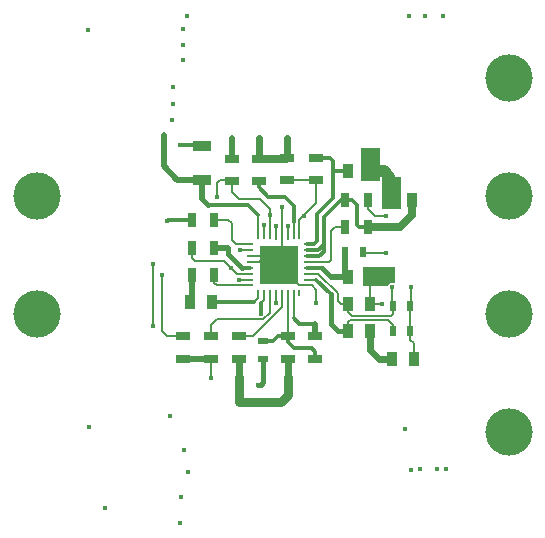
<source format=gbl>
G04 Layer_Physical_Order=6*
G04 Layer_Color=16711680*
%FSLAX44Y44*%
%MOMM*%
G71*
G01*
G75*
%ADD14C,0.6000*%
%ADD15C,0.2032*%
%ADD16C,0.7000*%
%ADD17C,0.1500*%
%ADD18C,0.3000*%
%ADD19C,0.5000*%
%ADD20C,0.4000*%
%ADD22C,4.0000*%
%ADD23C,0.4500*%
%ADD29C,0.2000*%
%ADD30R,0.9000X1.3000*%
%ADD31R,1.6000X0.9000*%
%ADD32R,0.6000X0.9000*%
%ADD33R,0.7000X1.3000*%
%ADD34R,1.3000X0.7000*%
%ADD35R,0.9000X0.6000*%
%ADD36R,3.3000X3.3000*%
%ADD37R,0.6000X0.2300*%
%ADD38R,0.2300X0.6000*%
%ADD39C,0.8000*%
%ADD40C,1.0000*%
G36*
X340500Y313000D02*
X324500D01*
Y340500D01*
X340500D01*
X340500Y313000D01*
D02*
G37*
G36*
X358500Y289000D02*
X342500D01*
Y316500D01*
X358500D01*
Y289000D01*
D02*
G37*
G36*
X353500Y227252D02*
X352230Y226581D01*
X350998Y226826D01*
X349534Y226535D01*
X348294Y225706D01*
X347465Y224466D01*
X347422Y224250D01*
X326000D01*
Y240250D01*
X353500D01*
Y227252D01*
D02*
G37*
D14*
X332500Y169500D02*
Y185777D01*
Y169500D02*
X334750Y167250D01*
X340000Y162000D01*
X350500D01*
X263002Y146997D02*
Y162272D01*
X221003Y146997D02*
Y162490D01*
X262250Y332750D02*
Y349250D01*
X238000Y331502D02*
Y349000D01*
D15*
X245250Y251750D02*
X257500D01*
X244750Y251250D02*
X245250Y251750D01*
X244750Y251250D02*
X262750Y233250D01*
X264000D01*
X263750Y251750D02*
X264250Y251250D01*
X264000Y233250D02*
Y251000D01*
X257500Y251750D02*
X263750D01*
X264000Y251000D02*
X264250Y251250D01*
X257500Y251750D02*
Y266000D01*
X243000Y249500D02*
X244750Y251250D01*
X231000Y249500D02*
X243000D01*
X238000Y244500D02*
X243000Y249500D01*
X231000Y244500D02*
X238000D01*
X317000Y199000D02*
X350000D01*
X314000Y202000D02*
X317000Y199000D01*
X279000Y234500D02*
X288500D01*
X305000Y218000D01*
Y211000D02*
Y218000D01*
Y211000D02*
X307460Y208540D01*
X313500D01*
X314000Y208040D01*
Y202000D02*
Y208040D01*
X350000Y199000D02*
X351500Y200500D01*
Y207000D01*
X279000Y224500D02*
X282750D01*
X286250Y221000D01*
Y210000D02*
Y221000D01*
X438750Y311250D02*
X450000Y300000D01*
X332500Y208540D02*
Y232000D01*
Y208540D02*
X342790D01*
X272500Y224500D02*
X279000D01*
X271500Y225500D02*
X272500Y224500D01*
D16*
X238005Y331500D02*
X261000D01*
X330500Y274000D02*
X357750D01*
X367503Y283752D01*
Y297000D01*
D17*
X262000Y349500D02*
X262250Y349250D01*
X148250Y189750D02*
Y242750D01*
X160250Y181500D02*
X174000D01*
X156000Y185750D02*
X160250Y181500D01*
X156000Y185750D02*
Y233500D01*
X252500Y264000D02*
Y274500D01*
X198000Y146000D02*
Y163498D01*
X211998Y256003D02*
X212250Y255750D01*
X315250Y195250D02*
X347250D01*
X160250Y279250D02*
X161000Y280000D01*
X247500Y284000D02*
Y289250D01*
X238750Y298000D02*
X247500Y289250D01*
X326502Y252000D02*
X345500D01*
X345750Y251750D01*
X252500Y209750D02*
Y217750D01*
X272500Y266000D02*
Y279500D01*
X286930Y293930D02*
Y313500D01*
X262000D02*
X286930D01*
X215002Y303997D02*
Y312500D01*
X181500Y247500D02*
X184000Y245000D01*
X215000Y349000D02*
X215002Y348997D01*
X237997Y349002D02*
X238000Y349000D01*
X350998Y223002D02*
X351000Y223000D01*
X366997Y223002D02*
X367000Y223000D01*
X198000Y146000D02*
X198002Y145997D01*
X170998Y342998D02*
X171000Y343000D01*
X184000Y245000D02*
X209000D01*
X219500Y234500D02*
X231000D01*
X215002Y303997D02*
X221000Y298000D01*
X238750D01*
X181500Y247500D02*
Y256003D01*
X242500Y266000D02*
Y275750D01*
X179500Y210237D02*
X181500Y212237D01*
X247500Y266000D02*
Y284000D01*
X231000Y229500D02*
X232250D01*
X209000Y245000D02*
X219500Y234500D01*
X222000Y254500D02*
X232500D01*
X366500Y186000D02*
Y207000D01*
X367000Y205502D02*
Y223000D01*
X366500Y178500D02*
Y186000D01*
Y178500D02*
X369500Y175500D01*
Y162000D02*
Y175500D01*
X330500Y289500D02*
Y297003D01*
Y289500D02*
X336500Y283500D01*
X345750D01*
X272500Y279500D02*
X286930Y293930D01*
X351000Y205502D02*
Y223000D01*
X202750Y311000D02*
X205250Y313500D01*
X202750Y299750D02*
Y311000D01*
X205250Y313500D02*
X215252D01*
D18*
X267500Y278000D02*
Y292000D01*
X260000Y299500D02*
X267500Y292000D01*
X246000Y299500D02*
X260000D01*
X238005Y307495D02*
X246000Y299500D01*
X223500Y239500D02*
X231000D01*
X293000Y253000D02*
Y259000D01*
X289500Y249500D02*
X293000Y253000D01*
X279000Y249500D02*
X289500D01*
X293000Y259000D02*
Y265000D01*
X279000Y254500D02*
X288500D01*
X293000Y265000D02*
Y282500D01*
X307502Y297003D01*
X311500D01*
X316997D02*
X321000Y293000D01*
X323000Y274000D02*
X330500D01*
X321000Y276000D02*
X323000Y274000D01*
X321000Y276000D02*
Y293000D01*
X311500Y297003D02*
X316997D01*
X301250Y320750D02*
Y329750D01*
X301500Y321000D02*
X313500D01*
X301250Y320750D02*
X301500Y321000D01*
X301250Y320750D02*
X301250Y320750D01*
X298500Y332500D02*
X301250Y329750D01*
X286930Y332500D02*
X298500D01*
X301250Y298750D02*
Y320750D01*
X287500Y262500D02*
Y285000D01*
X301250Y298750D01*
X284500Y259500D02*
X287500Y262500D01*
X279000Y239500D02*
X291500D01*
X311500Y234000D02*
X313500Y232000D01*
X262997Y181275D02*
X263000Y181272D01*
X262500Y181772D02*
X262997Y181275D01*
X286003Y162275D02*
Y168247D01*
X282750Y171500D02*
X286003Y168247D01*
X267750Y171500D02*
X282750D01*
X263000Y176250D02*
X267750Y171500D01*
X263000Y176250D02*
Y181272D01*
X254223Y181772D02*
X262500D01*
X249725Y177275D02*
X254223Y181772D01*
X241995Y177275D02*
X249725D01*
X286750Y229500D02*
X299250Y217000D01*
X161000Y280000D02*
X181497D01*
X238005Y307495D02*
Y312500D01*
X216631Y210237D02*
X233987D01*
X229000Y292750D02*
X237500Y284250D01*
X195250Y292750D02*
X229000D01*
X171000Y343000D02*
X188498D01*
X239750Y200500D02*
Y209750D01*
X279000Y259500D02*
X284500D01*
X288500Y254500D02*
X293000Y259000D01*
X267500Y196750D02*
X272500Y191750D01*
X286000D01*
X198500Y210237D02*
X216631D01*
D19*
X174000Y162500D02*
X198000D01*
X299000Y232000D02*
X313500D01*
X311500Y234000D02*
Y252763D01*
X286000Y181277D02*
Y191750D01*
X190000Y298000D02*
Y313500D01*
X157500Y325500D02*
X169000Y314000D01*
X157500Y325500D02*
Y352250D01*
X169000Y314000D02*
X186497D01*
X215002Y331500D02*
Y348997D01*
X200500Y256003D02*
X211998D01*
X181500Y212237D02*
Y233000D01*
D20*
X237750Y140500D02*
X239990D01*
X241995Y142505D01*
Y162275D01*
X212250Y250750D02*
Y255750D01*
Y250750D02*
X223500Y239500D01*
X291500D02*
X299000Y232000D01*
X305222Y185777D02*
X313500D01*
X299250Y191750D02*
X305222Y185777D01*
X299250Y191750D02*
Y217000D01*
X190000Y298000D02*
X195250Y292750D01*
D22*
X450000Y100000D02*
D03*
Y200000D02*
D03*
Y300000D02*
D03*
Y400000D02*
D03*
X50000Y300000D02*
D03*
Y200000D02*
D03*
D23*
X175000Y85250D02*
D03*
X348500Y237000D02*
D03*
X343500Y228250D02*
D03*
X346250Y312000D02*
D03*
X354500D02*
D03*
X336500Y336000D02*
D03*
X328250D02*
D03*
X262250Y349250D02*
D03*
X172000Y45750D02*
D03*
X171500Y23750D02*
D03*
X334750Y167250D02*
D03*
X389000Y68750D02*
D03*
X374500D02*
D03*
X367250Y68500D02*
D03*
X396250Y69000D02*
D03*
X378750Y452500D02*
D03*
X394000Y452750D02*
D03*
X365000Y452250D02*
D03*
X165250Y392250D02*
D03*
X164750Y364750D02*
D03*
X173750Y441500D02*
D03*
X174000Y428250D02*
D03*
X148250Y242750D02*
D03*
X156000Y233500D02*
D03*
X148250Y189750D02*
D03*
X245750Y233000D02*
D03*
X255000Y242000D02*
D03*
X264000Y233250D02*
D03*
X264250Y251250D02*
D03*
X257500Y291000D02*
D03*
X252500Y274500D02*
D03*
X237750Y140500D02*
D03*
X245250Y251750D02*
D03*
X165500Y377750D02*
D03*
X160250Y279250D02*
D03*
X361750Y103250D02*
D03*
X157500Y352250D02*
D03*
X345750Y251750D02*
D03*
X252500Y209750D02*
D03*
X239750Y200500D02*
D03*
X215000Y349000D02*
D03*
X237997Y349002D02*
D03*
X350998Y223002D02*
D03*
X366997D02*
D03*
X198002Y145997D02*
D03*
X170998Y342998D02*
D03*
X263002Y146997D02*
D03*
X216631Y210237D02*
D03*
X247500Y284000D02*
D03*
X276000Y283000D02*
D03*
X293000Y265000D02*
D03*
X286250Y210000D02*
D03*
X262500Y274500D02*
D03*
X221750Y229500D02*
D03*
X211998Y256003D02*
D03*
X214750Y239250D02*
D03*
X94450Y105050D02*
D03*
X286000Y191750D02*
D03*
X177750Y66750D02*
D03*
X108250Y36000D02*
D03*
X173750Y415250D02*
D03*
X93250Y441000D02*
D03*
X177500Y453000D02*
D03*
X242500Y275750D02*
D03*
X222000Y254500D02*
D03*
X345750Y283500D02*
D03*
X342790Y208540D02*
D03*
X163000Y114000D02*
D03*
X202750Y299750D02*
D03*
D29*
X257500Y269000D02*
Y291000D01*
X197990Y190990D02*
X202750Y195750D01*
X247500Y201532D02*
Y218000D01*
X241717Y195750D02*
X247500Y201532D01*
X202750Y195750D02*
X241717D01*
X233000Y181500D02*
X257500Y206000D01*
X220992Y181500D02*
X233000D01*
X257500Y206000D02*
Y218000D01*
X302750Y274000D02*
X311500D01*
X299000Y246000D02*
Y270250D01*
X302750Y274000D01*
X297500Y244500D02*
X299000Y246000D01*
X313500Y193500D02*
X315250Y195250D01*
X347250D02*
X351500Y191000D01*
X279000Y229500D02*
X286750D01*
X215000Y263000D02*
Y277000D01*
X212000Y280000D02*
X215000Y277000D01*
X200500Y280000D02*
X212000D01*
X218500Y259500D02*
X231000D01*
X215000Y263000D02*
X218500Y259500D01*
X202750Y224500D02*
X231000D01*
X200500Y226750D02*
X202750Y224500D01*
X200500Y226750D02*
Y233000D01*
X267500Y266000D02*
Y278000D01*
X237500Y213750D02*
Y218000D01*
X233987Y210237D02*
X237500Y213750D01*
X239750Y209750D02*
X242500Y212500D01*
Y218000D01*
X197990Y181500D02*
Y190990D01*
X279000Y244500D02*
X297500D01*
X237500Y266000D02*
Y284250D01*
X313500Y185777D02*
Y193500D01*
X351500Y186000D02*
Y191000D01*
X221750Y229500D02*
X231000D01*
X262500Y264000D02*
Y274500D01*
X267500Y196750D02*
Y218000D01*
X262500Y181772D02*
Y218000D01*
D30*
X332500Y185777D02*
D03*
X313500D02*
D03*
X348503Y297000D02*
D03*
X367503D02*
D03*
X332500Y208540D02*
D03*
X313500D02*
D03*
X369500Y162000D02*
D03*
X350500D02*
D03*
X198500Y210237D02*
D03*
X179500D02*
D03*
X332500Y232000D02*
D03*
X313500D02*
D03*
X332500Y321000D02*
D03*
X313500D02*
D03*
D31*
X190000Y313500D02*
D03*
Y342500D02*
D03*
D32*
X366500Y186000D02*
D03*
X351500D02*
D03*
X351500Y207000D02*
D03*
X366500D02*
D03*
X326500Y252763D02*
D03*
X311500D02*
D03*
D33*
X200500Y256003D02*
D03*
X181500D02*
D03*
X181500Y280000D02*
D03*
X200500D02*
D03*
X200500Y233000D02*
D03*
X181500D02*
D03*
X330500Y274000D02*
D03*
X311500D02*
D03*
X330500Y297003D02*
D03*
X311500D02*
D03*
D34*
X220992Y181500D02*
D03*
Y162500D02*
D03*
X238005Y312500D02*
D03*
Y331500D02*
D03*
X174000Y162500D02*
D03*
Y181500D02*
D03*
X215002Y331500D02*
D03*
Y312500D02*
D03*
X286003Y162275D02*
D03*
Y181275D02*
D03*
X197990Y162500D02*
D03*
Y181500D02*
D03*
X262997Y162275D02*
D03*
Y181275D02*
D03*
X286930Y332500D02*
D03*
Y313500D02*
D03*
X262000Y332500D02*
D03*
Y313500D02*
D03*
D35*
X241995Y177275D02*
D03*
Y162275D02*
D03*
D36*
X255000Y242000D02*
D03*
D37*
X279000Y259500D02*
D03*
Y254500D02*
D03*
Y249500D02*
D03*
Y244500D02*
D03*
Y239500D02*
D03*
Y234500D02*
D03*
Y229500D02*
D03*
Y224500D02*
D03*
X231000D02*
D03*
Y229500D02*
D03*
Y234500D02*
D03*
Y239500D02*
D03*
Y244500D02*
D03*
Y249500D02*
D03*
Y254500D02*
D03*
Y259500D02*
D03*
D38*
X272500Y218000D02*
D03*
X267500D02*
D03*
X262500D02*
D03*
X257500D02*
D03*
X252500D02*
D03*
X247500D02*
D03*
X242500D02*
D03*
X237500D02*
D03*
Y266000D02*
D03*
X242500D02*
D03*
X247500D02*
D03*
X252500D02*
D03*
X257500D02*
D03*
X262500D02*
D03*
X267500D02*
D03*
X272500D02*
D03*
D39*
X263002Y132002D02*
Y146997D01*
X256500Y125500D02*
X263002Y132002D01*
X221003Y125500D02*
X256500D01*
X221003D02*
Y146997D01*
D40*
X348503Y311250D02*
Y316497D01*
X332500Y321000D02*
X344000D01*
X348503Y316497D01*
Y297000D02*
Y311250D01*
M02*

</source>
